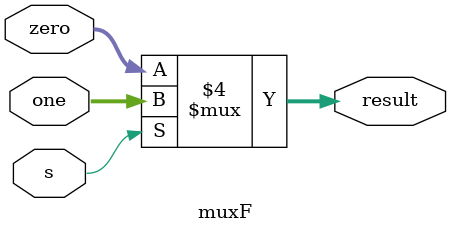
<source format=v>
module muxF (output reg [31:0] result, input s, input [31:0] zero, one);

  always @(s,zero, one)
    if (s == 0) begin
      result = zero;
    end else begin
      result = one;
    end
endmodule
</source>
